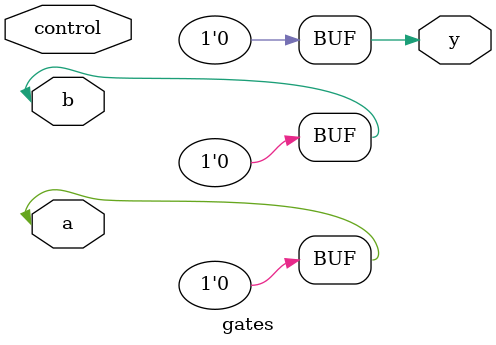
<source format=v>
module gates (y, a,b, control);
input a, b, control;
output y;

//and g1 (y,a,b);
or g2(y,a,b);
not g3(y,a);
nand g4(y,a,b);
nor g5(y,a,b);
xor g6(y,a,b);
xnor g7(y,a,b);
buf g8(y,a);
bufifl g9(y, a, control);
bufifo g10(y,a, control);
notifl gll(y, a, control);
notifo g12(y, a, control);
endmodule

</source>
